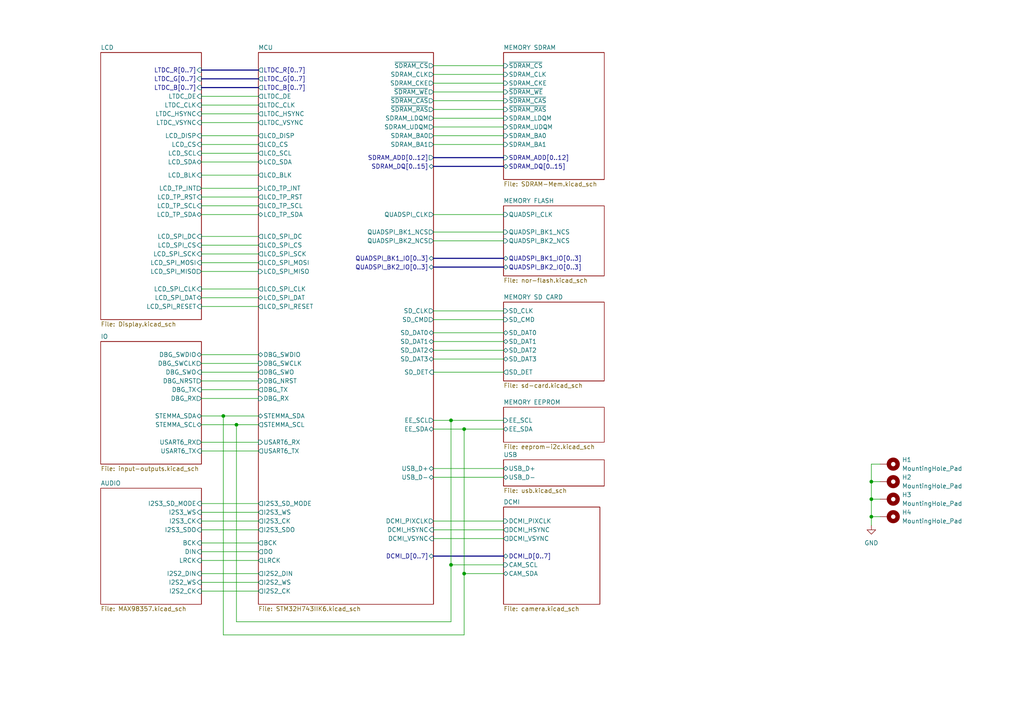
<source format=kicad_sch>
(kicad_sch (version 20231120) (generator "eeschema") (generator_version "8.0")
  (paper "A4")
  (lib_symbols
    (symbol "Mechanical:MountingHole_Pad" (pin_numbers hide) (pin_names (offset 1.016) hide) (exclude_from_sim yes) (in_bom no)
      (property "Reference" "H" (at 0 6.35 0))
      (property "Value" "MountingHole_Pad" (at 0 4.445 0))
      (symbol "MountingHole_Pad_0_1"
        (circle (center 0 1.27) (radius 1.27) (stroke (width 1.27)))
      )
      (symbol "MountingHole_Pad_1_1"
        (pin input line (at 0 -2.54 90) (length 2.54) (name "1") (number "1"))
      )
    )
    (symbol "power:GND" (power) (pin_numbers hide) (pin_names (offset 0) hide)
      (property "Value" "GND" (at 0 -3.81 0))
      (symbol "GND_0_1"
        (polyline (pts (xy 0 0) (xy 0 -1.27) (xy 1.27 -1.27) (xy 0 -2.54) (xy -1.27 -1.27) (xy 0 -1.27)))
      )
      (symbol "GND_1_1"
        (pin power_in line (at 0 0 270) (length 0) (name "~") (number "1"))
      )
    )
  )
  (junction (at 130.81 163.83))
  (junction (at 134.62 124.46))
  (junction (at 252.73 149.86))
  (junction (at 130.81 121.92))
  (junction (at 252.73 139.7))
  (junction (at 252.73 144.78))
  (junction (at 68.58 123.19))
  (junction (at 134.62 166.37))
  (junction (at 64.77 120.65))
  (wire (pts (xy 252.73 134.62) (xy 252.73 139.7)))
  (wire (pts (xy 58.42 50.8) (xy 74.93 50.8)))
  (wire (pts (xy 125.73 29.21) (xy 146.05 29.21)))
  (wire (pts (xy 125.73 101.6) (xy 146.05 101.6)))
  (wire (pts (xy 58.42 166.37) (xy 74.93 166.37)))
  (wire (pts (xy 130.81 180.34) (xy 130.81 163.83)))
  (wire (pts (xy 125.73 90.17) (xy 146.05 90.17)))
  (wire (pts (xy 125.73 135.89) (xy 146.05 135.89)))
  (wire (pts (xy 58.42 148.59) (xy 74.93 148.59)))
  (wire (pts (xy 58.42 76.2) (xy 74.93 76.2)))
  (wire (pts (xy 64.77 184.15) (xy 134.62 184.15)))
  (wire (pts (xy 58.42 102.87) (xy 74.93 102.87)))
  (wire (pts (xy 58.42 151.13) (xy 74.93 151.13)))
  (wire (pts (xy 58.42 120.65) (xy 64.77 120.65)))
  (wire (pts (xy 58.42 157.48) (xy 74.93 157.48)))
  (wire (pts (xy 68.58 123.19) (xy 74.93 123.19)))
  (wire (pts (xy 58.42 30.48) (xy 74.93 30.48)))
  (wire (pts (xy 58.42 62.23) (xy 74.93 62.23)))
  (wire (pts (xy 125.73 104.14) (xy 146.05 104.14)))
  (wire (pts (xy 58.42 68.58) (xy 74.93 68.58)))
  (wire (pts (xy 58.42 105.41) (xy 74.93 105.41)))
  (wire (pts (xy 252.73 149.86) (xy 255.27 149.86)))
  (wire (pts (xy 125.73 121.92) (xy 130.81 121.92)))
  (wire (pts (xy 58.42 153.67) (xy 74.93 153.67)))
  (wire (pts (xy 252.73 144.78) (xy 252.73 149.86)))
  (wire (pts (xy 125.73 19.05) (xy 146.05 19.05)))
  (wire (pts (xy 58.42 46.99) (xy 74.93 46.99)))
  (wire (pts (xy 58.42 35.56) (xy 74.93 35.56)))
  (wire (pts (xy 134.62 124.46) (xy 146.05 124.46)))
  (wire (pts (xy 58.42 41.91) (xy 74.93 41.91)))
  (wire (pts (xy 125.73 151.13) (xy 146.05 151.13)))
  (wire (pts (xy 134.62 166.37) (xy 146.05 166.37)))
  (wire (pts (xy 125.73 41.91) (xy 146.05 41.91)))
  (bus (pts (xy 125.73 45.72) (xy 146.05 45.72)))
  (wire (pts (xy 255.27 134.62) (xy 252.73 134.62)))
  (wire (pts (xy 125.73 69.85) (xy 146.05 69.85)))
  (wire (pts (xy 125.73 36.83) (xy 146.05 36.83)))
  (wire (pts (xy 58.42 73.66) (xy 74.93 73.66)))
  (wire (pts (xy 125.73 153.67) (xy 146.05 153.67)))
  (wire (pts (xy 125.73 99.06) (xy 146.05 99.06)))
  (wire (pts (xy 58.42 168.91) (xy 74.93 168.91)))
  (wire (pts (xy 64.77 120.65) (xy 64.77 184.15)))
  (wire (pts (xy 58.42 39.37) (xy 74.93 39.37)))
  (wire (pts (xy 125.73 92.71) (xy 146.05 92.71)))
  (bus (pts (xy 125.73 161.29) (xy 146.05 161.29)))
  (wire (pts (xy 58.42 171.45) (xy 74.93 171.45)))
  (wire (pts (xy 58.42 71.12) (xy 74.93 71.12)))
  (bus (pts (xy 125.73 48.26) (xy 146.05 48.26)))
  (wire (pts (xy 125.73 96.52) (xy 146.05 96.52)))
  (wire (pts (xy 64.77 120.65) (xy 74.93 120.65)))
  (wire (pts (xy 130.81 163.83) (xy 146.05 163.83)))
  (wire (pts (xy 125.73 124.46) (xy 134.62 124.46)))
  (wire (pts (xy 58.42 107.95) (xy 74.93 107.95)))
  (bus (pts (xy 58.42 25.4) (xy 74.93 25.4)))
  (wire (pts (xy 58.42 57.15) (xy 74.93 57.15)))
  (wire (pts (xy 125.73 107.95) (xy 146.05 107.95)))
  (wire (pts (xy 58.42 59.69) (xy 74.93 59.69)))
  (wire (pts (xy 125.73 26.67) (xy 146.05 26.67)))
  (wire (pts (xy 125.73 21.59) (xy 146.05 21.59)))
  (wire (pts (xy 58.42 78.74) (xy 74.93 78.74)))
  (wire (pts (xy 58.42 33.02) (xy 74.93 33.02)))
  (wire (pts (xy 58.42 88.9) (xy 74.93 88.9)))
  (wire (pts (xy 125.73 138.43) (xy 146.05 138.43)))
  (wire (pts (xy 58.42 162.56) (xy 74.93 162.56)))
  (bus (pts (xy 125.73 74.93) (xy 146.05 74.93)))
  (wire (pts (xy 125.73 67.31) (xy 146.05 67.31)))
  (wire (pts (xy 58.42 113.03) (xy 74.93 113.03)))
  (wire (pts (xy 58.42 54.61) (xy 74.93 54.61)))
  (bus (pts (xy 58.42 20.32) (xy 74.93 20.32)))
  (wire (pts (xy 125.73 156.21) (xy 146.05 156.21)))
  (wire (pts (xy 58.42 27.94) (xy 74.93 27.94)))
  (wire (pts (xy 125.73 39.37) (xy 146.05 39.37)))
  (wire (pts (xy 125.73 62.23) (xy 146.05 62.23)))
  (wire (pts (xy 58.42 44.45) (xy 74.93 44.45)))
  (wire (pts (xy 134.62 184.15) (xy 134.62 166.37)))
  (wire (pts (xy 58.42 86.36) (xy 74.93 86.36)))
  (bus (pts (xy 58.42 22.86) (xy 74.93 22.86)))
  (wire (pts (xy 125.73 31.75) (xy 146.05 31.75)))
  (wire (pts (xy 252.73 139.7) (xy 255.27 139.7)))
  (wire (pts (xy 58.42 123.19) (xy 68.58 123.19)))
  (bus (pts (xy 125.73 77.47) (xy 146.05 77.47)))
  (wire (pts (xy 130.81 121.92) (xy 146.05 121.92)))
  (wire (pts (xy 130.81 163.83) (xy 130.81 121.92)))
  (wire (pts (xy 58.42 128.27) (xy 74.93 128.27)))
  (wire (pts (xy 125.73 24.13) (xy 146.05 24.13)))
  (wire (pts (xy 252.73 144.78) (xy 255.27 144.78)))
  (wire (pts (xy 58.42 110.49) (xy 74.93 110.49)))
  (wire (pts (xy 134.62 166.37) (xy 134.62 124.46)))
  (wire (pts (xy 125.73 34.29) (xy 146.05 34.29)))
  (wire (pts (xy 252.73 139.7) (xy 252.73 144.78)))
  (wire (pts (xy 58.42 115.57) (xy 74.93 115.57)))
  (wire (pts (xy 58.42 160.02) (xy 74.93 160.02)))
  (wire (pts (xy 58.42 83.82) (xy 74.93 83.82)))
  (wire (pts (xy 68.58 123.19) (xy 68.58 180.34)))
  (wire (pts (xy 58.42 146.05) (xy 74.93 146.05)))
  (wire (pts (xy 68.58 180.34) (xy 130.81 180.34)))
  (wire (pts (xy 252.73 149.86) (xy 252.73 152.4)))
  (wire (pts (xy 58.42 130.81) (xy 74.93 130.81)))
  (symbol (lib_id "Mechanical:MountingHole_Pad") (at 257.81 144.78 270) (unit 1) (exclude_from_sim yes) (in_bom no)
    (property "Reference" "H3" (at 261.62 143.5099 90) (effects (justify left)))
    (property "Value" "MountingHole_Pad" (at 261.62 146.0499 90) (effects (justify left)))
    (property "Footprint" "MountingHole:MountingHole_3.2mm_M3_Pad_Via" (effects (hide yes)))
    (property "Description" "Mounting Hole with connection" (effects (hide yes)))
  )
  (symbol (lib_id "power:GND") (at 252.73 152.4 0) (unit 1)
    (property "Reference" "#PWR057" (effects (hide yes)))
    (property "Value" "GND" (at 252.73 157.48 0))
    (property "Description" "Power symbol creates a global label with name \"GND\" , ground" (effects (hide yes)))
  )
  (symbol (lib_id "Mechanical:MountingHole_Pad") (at 257.81 149.86 270) (unit 1) (exclude_from_sim yes) (in_bom no)
    (property "Reference" "H4" (at 261.62 148.5899 90) (effects (justify left)))
    (property "Value" "MountingHole_Pad" (at 261.62 151.1299 90) (effects (justify left)))
    (property "Footprint" "MountingHole:MountingHole_3.2mm_M3_Pad_Via" (effects (hide yes)))
    (property "Description" "Mounting Hole with connection" (effects (hide yes)))
  )
  (symbol (lib_id "Mechanical:MountingHole_Pad") (at 257.81 139.7 270) (unit 1) (exclude_from_sim yes) (in_bom no)
    (property "Reference" "H2" (at 261.62 138.4299 90) (effects (justify left)))
    (property "Value" "MountingHole_Pad" (at 261.62 140.9699 90) (effects (justify left)))
    (property "Footprint" "MountingHole:MountingHole_3.2mm_M3_Pad_Via" (effects (hide yes)))
    (property "Description" "Mounting Hole with connection" (effects (hide yes)))
  )
  (symbol (lib_id "Mechanical:MountingHole_Pad") (at 257.81 134.62 270) (unit 1) (exclude_from_sim yes) (in_bom no)
    (property "Reference" "H1" (at 261.62 133.3499 90) (effects (justify left)))
    (property "Value" "MountingHole_Pad" (at 261.62 135.8899 90) (effects (justify left)))
    (property "Footprint" "MountingHole:MountingHole_3.2mm_M3_Pad_Via" (effects (hide yes)))
    (property "Description" "Mounting Hole with connection" (effects (hide yes)))
  )
  (sheet (at 74.93 15.24) (size 50.8 160.02) (stroke (width 0.1524))
    (property "Sheetname" "MCU" (at 74.93 14.5284 0) (effects (justify left bottom)))
    (property "Sheetfile" "STM32H743IIK6.kicad_sch" (at 74.93 175.8446 0) (effects (justify left top)))
    (pin "LTDC_HSYNC" output (at 74.93 33.02 180))
    (pin "LTDC_VSYNC" output (at 74.93 35.56 180))
    (pin "LTDC_DE" output (at 74.93 27.94 180))
    (pin "LTDC_CLK" output (at 74.93 30.48 180))
    (pin "SDRAM_ADD[0..12]" output (at 125.73 45.72 0))
    (pin "SDRAM_DQ[0..15]" bidirectional (at 125.73 48.26 0))
    (pin "~{SDRAM_CS}" output (at 125.73 19.05 0))
    (pin "SDRAM_BA1" output (at 125.73 41.91 0))
    (pin "SDRAM_BA0" output (at 125.73 39.37 0))
    (pin "~{SDRAM_RAS}" output (at 125.73 31.75 0))
    (pin "SDRAM_UDQM" output (at 125.73 36.83 0))
    (pin "~{SDRAM_CAS}" output (at 125.73 29.21 0))
    (pin "SDRAM_CKE" output (at 125.73 24.13 0))
    (pin "~{SDRAM_WE}" output (at 125.73 26.67 0))
    (pin "SDRAM_LDQM" output (at 125.73 34.29 0))
    (pin "SDRAM_CLK" output (at 125.73 21.59 0))
    (pin "QUADSPI_BK1_NCS" output (at 125.73 67.31 0))
    (pin "QUADSPI_BK1_IO[0..3]" bidirectional (at 125.73 74.93 0))
    (pin "QUADSPI_BK2_NCS" output (at 125.73 69.85 0))
    (pin "QUADSPI_BK2_IO[0..3]" bidirectional (at 125.73 77.47 0))
    (pin "QUADSPI_CLK" output (at 125.73 62.23 0))
    (pin "SD_DAT2" bidirectional (at 125.73 101.6 0))
    (pin "SD_DAT3" bidirectional (at 125.73 104.14 0))
    (pin "SD_DAT0" bidirectional (at 125.73 96.52 0))
    (pin "SD_DAT1" bidirectional (at 125.73 99.06 0))
    (pin "SD_CLK" output (at 125.73 90.17 0))
    (pin "SD_CMD" output (at 125.73 92.71 0))
    (pin "LTDC_G[0..7]" output (at 74.93 22.86 180))
    (pin "LTDC_R[0..7]" output (at 74.93 20.32 180))
    (pin "LTDC_B[0..7]" output (at 74.93 25.4 180))
    (pin "LCD_TP_SDA" bidirectional (at 74.93 62.23 180))
    (pin "LCD_BLK" output (at 74.93 50.8 180))
    (pin "LCD_TP_SCL" output (at 74.93 59.69 180))
    (pin "LCD_TP_RST" output (at 74.93 57.15 180))
    (pin "LCD_CS" output (at 74.93 41.91 180))
    (pin "LCD_SCL" output (at 74.93 44.45 180))
    (pin "LCD_DISP" output (at 74.93 39.37 180))
    (pin "LCD_SDA" bidirectional (at 74.93 46.99 180))
    (pin "LCD_TP_INT" input (at 74.93 54.61 180))
    (pin "EE_SDA" bidirectional (at 125.73 124.46 0))
    (pin "EE_SCL" output (at 125.73 121.92 0))
    (pin "DBG_SWDIO" bidirectional (at 74.93 102.87 180))
    (pin "DBG_SWCLK" input (at 74.93 105.41 180))
    (pin "DBG_SWO" output (at 74.93 107.95 180))
    (pin "DBG_NRST" input (at 74.93 110.49 180))
    (pin "DBG_TX" output (at 74.93 113.03 180))
    (pin "DBG_RX" input (at 74.93 115.57 180))
    (pin "STEMMA_SDA" bidirectional (at 74.93 120.65 180))
    (pin "STEMMA_SCL" output (at 74.93 123.19 180))
    (pin "DCMI_D[0..7]" bidirectional (at 125.73 161.29 0))
    (pin "DCMI_PIXCLK" output (at 125.73 151.13 0))
    (pin "DCMI_HSYNC" input (at 125.73 153.67 0))
    (pin "DCMI_VSYNC" input (at 125.73 156.21 0))
    (pin "USB_D+" bidirectional (at 125.73 135.89 0))
    (pin "USB_D-" bidirectional (at 125.73 138.43 0))
    (pin "LRCK" output (at 74.93 162.56 180))
    (pin "DO" output (at 74.93 160.02 180))
    (pin "BCK" output (at 74.93 157.48 180))
    (pin "LCD_SPI_MISO" input (at 74.93 78.74 180))
    (pin "LCD_SPI_SCK" output (at 74.93 73.66 180))
    (pin "LCD_SPI_MOSI" output (at 74.93 76.2 180))
    (pin "LCD_SPI_DC" output (at 74.93 68.58 180))
    (pin "LCD_SPI_CLK" output (at 74.93 83.82 180))
    (pin "LCD_SPI_DAT" bidirectional (at 74.93 86.36 180))
    (pin "USART6_RX" input (at 74.93 128.27 180))
    (pin "USART6_TX" output (at 74.93 130.81 180))
    (pin "SD_DET" input (at 125.73 107.95 0))
    (pin "LCD_SPI_RESET" output (at 74.93 88.9 180))
    (pin "LCD_SPI_CS" output (at 74.93 71.12 180))
    (pin "I2S3_WS" output (at 74.93 148.59 180))
    (pin "I2S3_CK" output (at 74.93 151.13 180))
    (pin "I2S3_SDO" output (at 74.93 153.67 180))
    (pin "I2S2_CK" output (at 74.93 171.45 180))
    (pin "I2S2_WS" output (at 74.93 168.91 180))
    (pin "I2S2_DIN" output (at 74.93 166.37 180))
    (pin "I2S3_SD_MODE" output (at 74.93 146.05 180))
  )
  (sheet (at 146.05 118.11) (size 29.21 10.16) (stroke (width 0.1524))
    (property "Sheetname" "MEMORY EEPROM" (at 146.05 117.3984 0) (effects (justify left bottom)))
    (property "Sheetfile" "eeprom-i2c.kicad_sch" (at 146.05 128.8546 0) (effects (justify left top)))
    (pin "EE_SDA" bidirectional (at 146.05 124.46 180))
    (pin "EE_SCL" input (at 146.05 121.92 180))
  )
  (sheet (at 29.21 141.605) (size 29.21 33.655) (stroke (width 0.1524))
    (property "Sheetname" "AUDIO" (at 29.21 140.8934 0) (effects (justify left bottom)))
    (property "Sheetfile" "MAX98357.kicad_sch" (at 29.21 175.8446 0) (effects (justify left top)))
    (pin "BCK" input (at 58.42 157.48 0))
    (pin "DIN" input (at 58.42 160.02 0))
    (pin "LRCK" input (at 58.42 162.56 0))
    (pin "I2S3_SDO" input (at 58.42 153.67 0))
    (pin "I2S3_CK" input (at 58.42 151.13 0))
    (pin "I2S3_WS" input (at 58.42 148.59 0))
    (pin "I2S3_SD_MODE" input (at 58.42 146.05 0))
    (pin "I2S2_DIN" input (at 58.42 166.37 0))
    (pin "I2S2_WS" input (at 58.42 168.91 0))
    (pin "I2S2_CK" input (at 58.42 171.45 0))
  )
  (sheet (at 146.05 133.35) (size 29.21 7.62) (stroke (width 0.1524))
    (property "Sheetname" "USB" (at 146.05 132.6384 0) (effects (justify left bottom)))
    (property "Sheetfile" "usb.kicad_sch" (at 146.05 141.5546 0) (effects (justify left top)))
    (pin "USB_D+" bidirectional (at 146.05 135.89 180))
    (pin "USB_D-" bidirectional (at 146.05 138.43 180))
  )
  (sheet (at 146.05 87.63) (size 29.21 22.86) (stroke (width 0.1524))
    (property "Sheetname" "MEMORY SD CARD" (at 146.05 86.9184 0) (effects (justify left bottom)))
    (property "Sheetfile" "sd-card.kicad_sch" (at 146.05 111.0746 0) (effects (justify left top)))
    (pin "SD_DAT0" bidirectional (at 146.05 96.52 180))
    (pin "SD_CMD" input (at 146.05 92.71 180))
    (pin "SD_DAT1" bidirectional (at 146.05 99.06 180))
    (pin "SD_CLK" input (at 146.05 90.17 180))
    (pin "SD_DAT2" bidirectional (at 146.05 101.6 180))
    (pin "SD_DAT3" bidirectional (at 146.05 104.14 180))
    (pin "SD_DET" output (at 146.05 107.95 180))
  )
  (sheet (at 29.21 15.24) (size 29.21 77.47) (stroke (width 0.1524))
    (property "Sheetname" "LCD" (at 29.21 14.5284 0) (effects (justify left bottom)))
    (property "Sheetfile" "Display.kicad_sch" (at 29.21 93.2946 0) (effects (justify left top)))
    (pin "LTDC_R[0..7]" input (at 58.42 20.32 0))
    (pin "LTDC_G[0..7]" input (at 58.42 22.86 0))
    (pin "LTDC_B[0..7]" input (at 58.42 25.4 0))
    (pin "LTDC_VSYNC" input (at 58.42 35.56 0))
    (pin "LTDC_CLK" input (at 58.42 30.48 0))
    (pin "LTDC_DE" input (at 58.42 27.94 0))
    (pin "LTDC_HSYNC" input (at 58.42 33.02 0))
    (pin "LCD_CS" input (at 58.42 41.91 0))
    (pin "LCD_DISP" input (at 58.42 39.37 0))
    (pin "LCD_SCL" input (at 58.42 44.45 0))
    (pin "LCD_SDA" bidirectional (at 58.42 46.99 0))
    (pin "LCD_TP_SCL" input (at 58.42 59.69 0))
    (pin "LCD_TP_RST" input (at 58.42 57.15 0))
    (pin "LCD_TP_SDA" bidirectional (at 58.42 62.23 0))
    (pin "LCD_BLK" input (at 58.42 50.8 0))
    (pin "LCD_TP_INT" output (at 58.42 54.61 0))
    (pin "LCD_SPI_MISO" output (at 58.42 78.74 0))
    (pin "LCD_SPI_DC" input (at 58.42 68.58 0))
    (pin "LCD_SPI_MOSI" input (at 58.42 76.2 0))
    (pin "LCD_SPI_SCK" input (at 58.42 73.66 0))
    (pin "LCD_SPI_CLK" input (at 58.42 83.82 0))
    (pin "LCD_SPI_DAT" bidirectional (at 58.42 86.36 0))
    (pin "LCD_SPI_RESET" input (at 58.42 88.9 0))
    (pin "LCD_SPI_CS" input (at 58.42 71.12 0))
  )
  (sheet (at 146.05 147.066) (size 27.94 28.194) (stroke (width 0.1524))
    (property "Sheetname" "DCMI" (at 146.05 146.3544 0) (effects (justify left bottom)))
    (property "Sheetfile" "camera.kicad_sch" (at 146.05 175.8446 0) (effects (justify left top)))
    (pin "DCMI_HSYNC" output (at 146.05 153.67 180))
    (pin "DCMI_PIXCLK" input (at 146.05 151.13 180))
    (pin "DCMI_D[0..7]" bidirectional (at 146.05 161.29 180))
    (pin "DCMI_VSYNC" output (at 146.05 156.21 180))
    (pin "CAM_SCL" input (at 146.05 163.83 180))
    (pin "CAM_SDA" bidirectional (at 146.05 166.37 180))
  )
  (sheet (at 146.05 59.69) (size 29.21 20.32) (stroke (width 0.1524))
    (property "Sheetname" "MEMORY FLASH" (at 146.05 58.9784 0) (effects (justify left bottom)))
    (property "Sheetfile" "nor-flash.kicad_sch" (at 146.05 80.5946 0) (effects (justify left top)))
    (pin "QUADSPI_CLK" input (at 146.05 62.23 180))
    (pin "QUADSPI_BK1_NCS" input (at 146.05 67.31 180))
    (pin "QUADSPI_BK1_IO[0..3]" bidirectional (at 146.05 74.93 180))
    (pin "QUADSPI_BK2_NCS" input (at 146.05 69.85 180))
    (pin "QUADSPI_BK2_IO[0..3]" bidirectional (at 146.05 77.47 180))
  )
  (sheet (at 29.21 99.06) (size 29.21 35.56) (stroke (width 0.1524))
    (property "Sheetname" "IO" (at 29.21 98.3484 0) (effects (justify left bottom)))
    (property "Sheetfile" "input-outputs.kicad_sch" (at 29.21 135.2046 0) (effects (justify left top)))
    (pin "STEMMA_SCL" bidirectional (at 58.42 123.19 0))
    (pin "STEMMA_SDA" bidirectional (at 58.42 120.65 0))
    (pin "DBG_SWDIO" bidirectional (at 58.42 102.87 0))
    (pin "DBG_SWCLK" output (at 58.42 105.41 0))
    (pin "DBG_SWO" input (at 58.42 107.95 0))
    (pin "DBG_NRST" output (at 58.42 110.49 0))
    (pin "DBG_TX" input (at 58.42 113.03 0))
    (pin "DBG_RX" output (at 58.42 115.57 0))
    (pin "USART6_RX" output (at 58.42 128.27 0))
    (pin "USART6_TX" input (at 58.42 130.81 0))
  )
  (sheet (at 146.05 15.24) (size 29.21 36.83) (stroke (width 0.1524))
    (property "Sheetname" "MEMORY SDRAM" (at 146.05 14.5284 0) (effects (justify left bottom)))
    (property "Sheetfile" "SDRAM-Mem.kicad_sch" (at 146.05 52.6546 0) (effects (justify left top)))
    (pin "SDRAM_UDQM" input (at 146.05 36.83 180))
    (pin "~{SDRAM_CAS}" input (at 146.05 29.21 180))
    (pin "~{SDRAM_WE}" input (at 146.05 26.67 180))
    (pin "~{SDRAM_RAS}" input (at 146.05 31.75 180))
    (pin "SDRAM_LDQM" input (at 146.05 34.29 180))
    (pin "SDRAM_CKE" input (at 146.05 24.13 180))
    (pin "~{SDRAM_CS}" input (at 146.05 19.05 180))
    (pin "SDRAM_ADD[0..12]" input (at 146.05 45.72 180))
    (pin "SDRAM_CLK" input (at 146.05 21.59 180))
    (pin "SDRAM_BA0" input (at 146.05 39.37 180))
    (pin "SDRAM_BA1" input (at 146.05 41.91 180))
    (pin "SDRAM_DQ[0..15]" bidirectional (at 146.05 48.26 180))
  )
)
</source>
